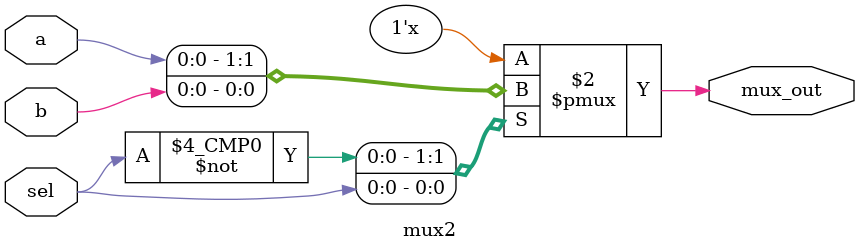
<source format=v>
`timescale 1ns/1ps

module mux2(
  input sel,
  input a,
  input b,
  output reg mux_out   
);

  always @(*) begin
    case (sel)
      1'b0: mux_out = a;
      1'b1: mux_out = b;
    endcase
  end

endmodule

</source>
